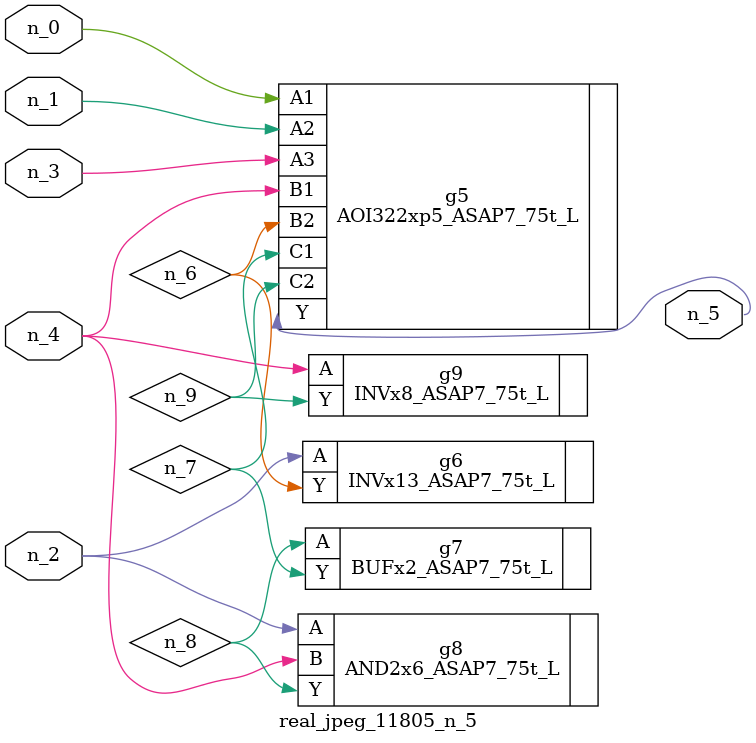
<source format=v>
module real_jpeg_11805_n_5 (n_4, n_0, n_1, n_2, n_3, n_5);

input n_4;
input n_0;
input n_1;
input n_2;
input n_3;

output n_5;

wire n_8;
wire n_6;
wire n_7;
wire n_9;

AOI322xp5_ASAP7_75t_L g5 ( 
.A1(n_0),
.A2(n_1),
.A3(n_3),
.B1(n_4),
.B2(n_6),
.C1(n_7),
.C2(n_9),
.Y(n_5)
);

INVx13_ASAP7_75t_L g6 ( 
.A(n_2),
.Y(n_6)
);

AND2x6_ASAP7_75t_L g8 ( 
.A(n_2),
.B(n_4),
.Y(n_8)
);

INVx8_ASAP7_75t_L g9 ( 
.A(n_4),
.Y(n_9)
);

BUFx2_ASAP7_75t_L g7 ( 
.A(n_8),
.Y(n_7)
);


endmodule
</source>
